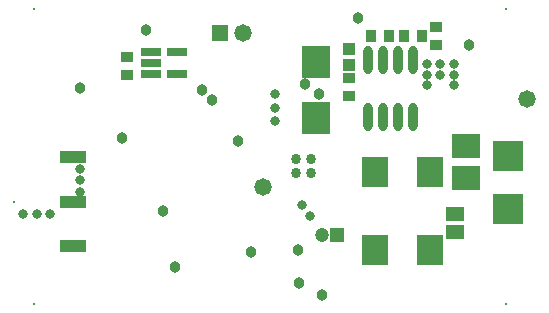
<source format=gbs>
%FSLAX24Y24*%
%MOIN*%
G70*
G01*
G75*
G04 Layer_Color=16711935*
%ADD10R,0.0236X0.0433*%
%ADD11R,0.0925X0.0197*%
%ADD12R,0.0984X0.0925*%
%ADD13R,0.0709X0.0472*%
%ADD14R,0.0610X0.0236*%
%ADD15O,0.0610X0.0236*%
%ADD16R,0.1102X0.1102*%
%ADD17O,0.0256X0.0098*%
%ADD18O,0.0098X0.0256*%
%ADD19R,0.0354X0.0252*%
%ADD20R,0.0354X0.0161*%
%ADD21O,0.0236X0.0610*%
%ADD22R,0.0236X0.0610*%
%ADD23R,0.0472X0.0709*%
%ADD24O,0.0276X0.0118*%
%ADD25R,0.0748X0.0354*%
%ADD26O,0.0827X0.0177*%
%ADD27R,0.0571X0.0217*%
%ADD28R,0.0571X0.0217*%
%ADD29R,0.0630X0.0276*%
%ADD30R,0.0374X0.0512*%
%ADD31R,0.0354X0.0276*%
%ADD32R,0.0276X0.0354*%
G04:AMPARAMS|DCode=33|XSize=35.4mil|YSize=27.6mil|CornerRadius=0mil|HoleSize=0mil|Usage=FLASHONLY|Rotation=225.000|XOffset=0mil|YOffset=0mil|HoleType=Round|Shape=Rectangle|*
%AMROTATEDRECTD33*
4,1,4,0.0028,0.0223,0.0223,0.0028,-0.0028,-0.0223,-0.0223,-0.0028,0.0028,0.0223,0.0*
%
%ADD33ROTATEDRECTD33*%

%ADD34R,0.0551X0.0433*%
%ADD35R,0.0453X0.0236*%
%ADD36R,0.0335X0.0315*%
%ADD37C,0.0250*%
%ADD38C,0.0100*%
%ADD39C,0.0200*%
%ADD40C,0.0150*%
%ADD41C,0.0300*%
%ADD42R,0.0500X0.0500*%
%ADD43C,0.0500*%
%ADD44R,0.0787X0.0315*%
%ADD45R,0.0394X0.0394*%
%ADD46C,0.0394*%
%ADD47C,0.0240*%
%ADD48C,0.0260*%
%ADD49C,0.0300*%
%ADD50O,0.0236X0.0866*%
%ADD51R,0.0886X0.0768*%
%ADD52R,0.0886X0.1004*%
%ADD53R,0.0906X0.0906*%
%ADD54R,0.0827X0.0906*%
%ADD55C,0.0098*%
%ADD56C,0.0236*%
%ADD57C,0.0039*%
%ADD58C,0.0079*%
%ADD59C,0.0047*%
%ADD60C,0.0063*%
%ADD61C,0.0060*%
%ADD62R,0.0316X0.0513*%
%ADD63R,0.1005X0.0277*%
%ADD64R,0.1064X0.1005*%
%ADD65R,0.0789X0.0552*%
%ADD66R,0.0690X0.0316*%
%ADD67O,0.0690X0.0316*%
%ADD68R,0.1182X0.1182*%
%ADD69O,0.0336X0.0178*%
%ADD70O,0.0178X0.0336*%
%ADD71R,0.0434X0.0332*%
%ADD72R,0.0434X0.0241*%
%ADD73O,0.0316X0.0690*%
%ADD74R,0.0316X0.0690*%
%ADD75R,0.0552X0.0789*%
%ADD76O,0.0356X0.0198*%
%ADD77R,0.0828X0.0434*%
%ADD78O,0.0907X0.0257*%
%ADD79R,0.0651X0.0297*%
%ADD80R,0.0651X0.0297*%
%ADD81R,0.0710X0.0356*%
%ADD82R,0.0454X0.0592*%
%ADD83R,0.0434X0.0356*%
%ADD84R,0.0356X0.0434*%
G04:AMPARAMS|DCode=85|XSize=43.4mil|YSize=35.6mil|CornerRadius=0mil|HoleSize=0mil|Usage=FLASHONLY|Rotation=225.000|XOffset=0mil|YOffset=0mil|HoleType=Round|Shape=Rectangle|*
%AMROTATEDRECTD85*
4,1,4,0.0028,0.0279,0.0279,0.0028,-0.0028,-0.0279,-0.0279,-0.0028,0.0028,0.0279,0.0*
%
%ADD85ROTATEDRECTD85*%

%ADD86R,0.0631X0.0513*%
%ADD87R,0.0533X0.0316*%
%ADD88R,0.0415X0.0395*%
%ADD89R,0.0580X0.0580*%
%ADD90C,0.0580*%
%ADD91C,0.0080*%
%ADD92R,0.0867X0.0395*%
%ADD93R,0.0474X0.0474*%
%ADD94C,0.0474*%
%ADD95C,0.0320*%
%ADD96C,0.0380*%
%ADD97O,0.0316X0.0946*%
%ADD98R,0.0966X0.0848*%
%ADD99R,0.0966X0.1084*%
%ADD100R,0.0986X0.0986*%
%ADD101R,0.0907X0.0986*%
%ADD102C,0.0340*%
D79*
X29877Y34276D02*
D03*
D80*
X29877Y34650D02*
D03*
Y35024D02*
D03*
X30723D02*
D03*
Y34276D02*
D03*
D83*
X29050Y34255D02*
D03*
Y34845D02*
D03*
X36450Y34145D02*
D03*
Y33555D02*
D03*
X39350Y35255D02*
D03*
Y35845D02*
D03*
D84*
X37205Y35550D02*
D03*
X37795D02*
D03*
X38895D02*
D03*
X38305D02*
D03*
D86*
X40000Y29595D02*
D03*
Y29005D02*
D03*
D88*
X36450Y35126D02*
D03*
Y34574D02*
D03*
D89*
X32156Y35650D02*
D03*
D90*
X32944D02*
D03*
X42400Y33450D02*
D03*
X33600Y30500D02*
D03*
D91*
X25309Y30020D02*
D03*
X41700Y26600D02*
D03*
Y36450D02*
D03*
X25950D02*
D03*
Y26600D02*
D03*
D92*
X27278Y28543D02*
D03*
Y30000D02*
D03*
Y31496D02*
D03*
D93*
X36050Y28900D02*
D03*
D94*
X35550D02*
D03*
D95*
X39950Y33900D02*
D03*
X39050D02*
D03*
Y34250D02*
D03*
X39500D02*
D03*
X39950D02*
D03*
Y34600D02*
D03*
X39500D02*
D03*
X26500Y29600D02*
D03*
X27500Y30350D02*
D03*
X25600Y29600D02*
D03*
X26050D02*
D03*
X27500Y30750D02*
D03*
Y31100D02*
D03*
X34000Y32700D02*
D03*
Y33150D02*
D03*
Y33600D02*
D03*
X39050Y34600D02*
D03*
X34900Y29900D02*
D03*
X35150Y29550D02*
D03*
D96*
X36750Y36150D02*
D03*
X35450Y33600D02*
D03*
X35000Y33950D02*
D03*
X35550Y26900D02*
D03*
X40450Y35250D02*
D03*
X29700Y35750D02*
D03*
X27500Y33800D02*
D03*
X31550Y33750D02*
D03*
X31900Y33400D02*
D03*
X32750Y32050D02*
D03*
X34800Y27300D02*
D03*
X34750Y28400D02*
D03*
X28900Y32150D02*
D03*
X33200Y28350D02*
D03*
X30650Y27850D02*
D03*
X30250Y29700D02*
D03*
D97*
X38600Y32855D02*
D03*
X38100D02*
D03*
X37600D02*
D03*
X37100D02*
D03*
X38600Y34745D02*
D03*
X38100D02*
D03*
X37600D02*
D03*
X37100D02*
D03*
D98*
X40350Y31891D02*
D03*
Y30809D02*
D03*
D99*
X35350Y32815D02*
D03*
Y34685D02*
D03*
D100*
X41750Y31536D02*
D03*
Y29764D02*
D03*
D101*
X37344Y28400D02*
D03*
X39156D02*
D03*
Y31000D02*
D03*
X37344D02*
D03*
D102*
X35186Y31436D02*
D03*
Y30964D02*
D03*
X34714Y31436D02*
D03*
Y30964D02*
D03*
M02*

</source>
